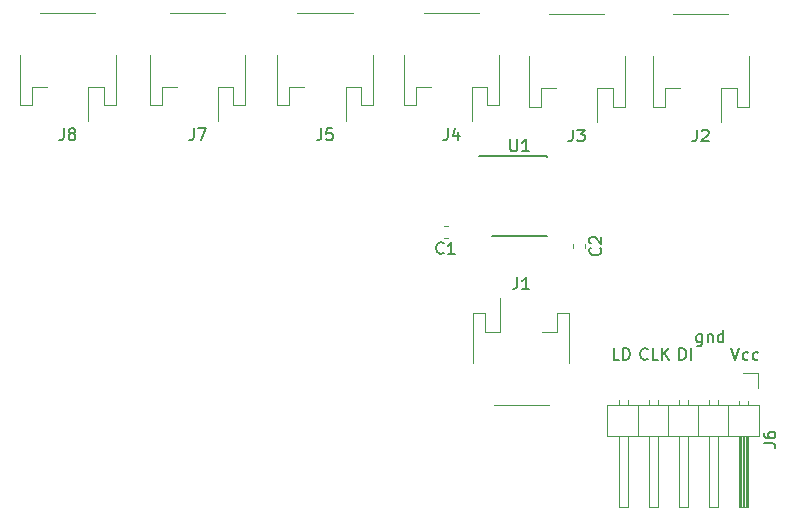
<source format=gto>
G04 #@! TF.GenerationSoftware,KiCad,Pcbnew,(5.1.5-0)*
G04 #@! TF.CreationDate,2022-06-07T15:44:26-06:00*
G04 #@! TF.ProjectId,low_power_heater,6c6f775f-706f-4776-9572-5f6865617465,rev?*
G04 #@! TF.SameCoordinates,Original*
G04 #@! TF.FileFunction,Legend,Top*
G04 #@! TF.FilePolarity,Positive*
%FSLAX46Y46*%
G04 Gerber Fmt 4.6, Leading zero omitted, Abs format (unit mm)*
G04 Created by KiCad (PCBNEW (5.1.5-0)) date 2022-06-07 15:44:26*
%MOMM*%
%LPD*%
G04 APERTURE LIST*
%ADD10C,0.150000*%
%ADD11C,0.120000*%
%ADD12C,0.100000*%
%ADD13O,1.802000X1.802000*%
%ADD14R,1.802000X1.802000*%
%ADD15R,1.102000X0.502000*%
G04 APERTURE END LIST*
D10*
X132209523Y-97852380D02*
X132542857Y-98852380D01*
X132876190Y-97852380D01*
X133638095Y-98804761D02*
X133542857Y-98852380D01*
X133352380Y-98852380D01*
X133257142Y-98804761D01*
X133209523Y-98757142D01*
X133161904Y-98661904D01*
X133161904Y-98376190D01*
X133209523Y-98280952D01*
X133257142Y-98233333D01*
X133352380Y-98185714D01*
X133542857Y-98185714D01*
X133638095Y-98233333D01*
X134495238Y-98804761D02*
X134400000Y-98852380D01*
X134209523Y-98852380D01*
X134114285Y-98804761D01*
X134066666Y-98757142D01*
X134019047Y-98661904D01*
X134019047Y-98376190D01*
X134066666Y-98280952D01*
X134114285Y-98233333D01*
X134209523Y-98185714D01*
X134400000Y-98185714D01*
X134495238Y-98233333D01*
X129709523Y-96685714D02*
X129709523Y-97495238D01*
X129661904Y-97590476D01*
X129614285Y-97638095D01*
X129519047Y-97685714D01*
X129376190Y-97685714D01*
X129280952Y-97638095D01*
X129709523Y-97304761D02*
X129614285Y-97352380D01*
X129423809Y-97352380D01*
X129328571Y-97304761D01*
X129280952Y-97257142D01*
X129233333Y-97161904D01*
X129233333Y-96876190D01*
X129280952Y-96780952D01*
X129328571Y-96733333D01*
X129423809Y-96685714D01*
X129614285Y-96685714D01*
X129709523Y-96733333D01*
X130185714Y-96685714D02*
X130185714Y-97352380D01*
X130185714Y-96780952D02*
X130233333Y-96733333D01*
X130328571Y-96685714D01*
X130471428Y-96685714D01*
X130566666Y-96733333D01*
X130614285Y-96828571D01*
X130614285Y-97352380D01*
X131519047Y-97352380D02*
X131519047Y-96352380D01*
X131519047Y-97304761D02*
X131423809Y-97352380D01*
X131233333Y-97352380D01*
X131138095Y-97304761D01*
X131090476Y-97257142D01*
X131042857Y-97161904D01*
X131042857Y-96876190D01*
X131090476Y-96780952D01*
X131138095Y-96733333D01*
X131233333Y-96685714D01*
X131423809Y-96685714D01*
X131519047Y-96733333D01*
X127800000Y-98852380D02*
X127800000Y-97852380D01*
X128038095Y-97852380D01*
X128180952Y-97900000D01*
X128276190Y-97995238D01*
X128323809Y-98090476D01*
X128371428Y-98280952D01*
X128371428Y-98423809D01*
X128323809Y-98614285D01*
X128276190Y-98709523D01*
X128180952Y-98804761D01*
X128038095Y-98852380D01*
X127800000Y-98852380D01*
X128800000Y-98852380D02*
X128800000Y-97852380D01*
X125104761Y-98757142D02*
X125057142Y-98804761D01*
X124914285Y-98852380D01*
X124819047Y-98852380D01*
X124676190Y-98804761D01*
X124580952Y-98709523D01*
X124533333Y-98614285D01*
X124485714Y-98423809D01*
X124485714Y-98280952D01*
X124533333Y-98090476D01*
X124580952Y-97995238D01*
X124676190Y-97900000D01*
X124819047Y-97852380D01*
X124914285Y-97852380D01*
X125057142Y-97900000D01*
X125104761Y-97947619D01*
X126009523Y-98852380D02*
X125533333Y-98852380D01*
X125533333Y-97852380D01*
X126342857Y-98852380D02*
X126342857Y-97852380D01*
X126914285Y-98852380D02*
X126485714Y-98280952D01*
X126914285Y-97852380D02*
X126342857Y-98423809D01*
X122709523Y-98852380D02*
X122233333Y-98852380D01*
X122233333Y-97852380D01*
X123042857Y-98852380D02*
X123042857Y-97852380D01*
X123280952Y-97852380D01*
X123423809Y-97900000D01*
X123519047Y-97995238D01*
X123566666Y-98090476D01*
X123614285Y-98280952D01*
X123614285Y-98423809D01*
X123566666Y-98614285D01*
X123519047Y-98709523D01*
X123423809Y-98804761D01*
X123280952Y-98852380D01*
X123042857Y-98852380D01*
D11*
X78340000Y-69490000D02*
X73660000Y-69490000D01*
X72960000Y-75710000D02*
X74240000Y-75710000D01*
X72960000Y-77310000D02*
X72960000Y-75710000D01*
X71940000Y-77310000D02*
X72960000Y-77310000D01*
X71940000Y-73060000D02*
X71940000Y-77310000D01*
X77760000Y-75710000D02*
X77760000Y-78600000D01*
X79040000Y-75710000D02*
X77760000Y-75710000D01*
X79040000Y-77310000D02*
X79040000Y-75710000D01*
X80060000Y-77310000D02*
X79040000Y-77310000D01*
X80060000Y-73060000D02*
X80060000Y-77310000D01*
X89340000Y-69490000D02*
X84660000Y-69490000D01*
X83960000Y-75710000D02*
X85240000Y-75710000D01*
X83960000Y-77310000D02*
X83960000Y-75710000D01*
X82940000Y-77310000D02*
X83960000Y-77310000D01*
X82940000Y-73060000D02*
X82940000Y-77310000D01*
X88760000Y-75710000D02*
X88760000Y-78600000D01*
X90040000Y-75710000D02*
X88760000Y-75710000D01*
X90040000Y-77310000D02*
X90040000Y-75710000D01*
X91060000Y-77310000D02*
X90040000Y-77310000D01*
X91060000Y-73060000D02*
X91060000Y-77310000D01*
X134470000Y-99930000D02*
X134470000Y-101200000D01*
X133200000Y-99930000D02*
X134470000Y-99930000D01*
X122660000Y-102242929D02*
X122660000Y-102640000D01*
X123420000Y-102242929D02*
X123420000Y-102640000D01*
X122660000Y-111300000D02*
X122660000Y-105300000D01*
X123420000Y-111300000D02*
X122660000Y-111300000D01*
X123420000Y-105300000D02*
X123420000Y-111300000D01*
X124310000Y-102640000D02*
X124310000Y-105300000D01*
X125200000Y-102242929D02*
X125200000Y-102640000D01*
X125960000Y-102242929D02*
X125960000Y-102640000D01*
X125200000Y-111300000D02*
X125200000Y-105300000D01*
X125960000Y-111300000D02*
X125200000Y-111300000D01*
X125960000Y-105300000D02*
X125960000Y-111300000D01*
X126850000Y-102640000D02*
X126850000Y-105300000D01*
X127740000Y-102242929D02*
X127740000Y-102640000D01*
X128500000Y-102242929D02*
X128500000Y-102640000D01*
X127740000Y-111300000D02*
X127740000Y-105300000D01*
X128500000Y-111300000D02*
X127740000Y-111300000D01*
X128500000Y-105300000D02*
X128500000Y-111300000D01*
X129390000Y-102640000D02*
X129390000Y-105300000D01*
X130280000Y-102242929D02*
X130280000Y-102640000D01*
X131040000Y-102242929D02*
X131040000Y-102640000D01*
X130280000Y-111300000D02*
X130280000Y-105300000D01*
X131040000Y-111300000D02*
X130280000Y-111300000D01*
X131040000Y-105300000D02*
X131040000Y-111300000D01*
X131930000Y-102640000D02*
X131930000Y-105300000D01*
X132820000Y-102310000D02*
X132820000Y-102640000D01*
X133580000Y-102310000D02*
X133580000Y-102640000D01*
X132920000Y-105300000D02*
X132920000Y-111300000D01*
X133040000Y-105300000D02*
X133040000Y-111300000D01*
X133160000Y-105300000D02*
X133160000Y-111300000D01*
X133280000Y-105300000D02*
X133280000Y-111300000D01*
X133400000Y-105300000D02*
X133400000Y-111300000D01*
X133520000Y-105300000D02*
X133520000Y-111300000D01*
X132820000Y-111300000D02*
X132820000Y-105300000D01*
X133580000Y-111300000D02*
X132820000Y-111300000D01*
X133580000Y-105300000D02*
X133580000Y-111300000D01*
X134530000Y-105300000D02*
X134530000Y-102640000D01*
X121710000Y-105300000D02*
X134530000Y-105300000D01*
X121710000Y-102640000D02*
X121710000Y-105300000D01*
X134530000Y-102640000D02*
X121710000Y-102640000D01*
X100140000Y-69490000D02*
X95460000Y-69490000D01*
X94760000Y-75710000D02*
X96040000Y-75710000D01*
X94760000Y-77310000D02*
X94760000Y-75710000D01*
X93740000Y-77310000D02*
X94760000Y-77310000D01*
X93740000Y-73060000D02*
X93740000Y-77310000D01*
X99560000Y-75710000D02*
X99560000Y-78600000D01*
X100840000Y-75710000D02*
X99560000Y-75710000D01*
X100840000Y-77310000D02*
X100840000Y-75710000D01*
X101860000Y-77310000D02*
X100840000Y-77310000D01*
X101860000Y-73060000D02*
X101860000Y-77310000D01*
X110840000Y-69490000D02*
X106160000Y-69490000D01*
X105460000Y-75710000D02*
X106740000Y-75710000D01*
X105460000Y-77310000D02*
X105460000Y-75710000D01*
X104440000Y-77310000D02*
X105460000Y-77310000D01*
X104440000Y-73060000D02*
X104440000Y-77310000D01*
X110260000Y-75710000D02*
X110260000Y-78600000D01*
X111540000Y-75710000D02*
X110260000Y-75710000D01*
X111540000Y-77310000D02*
X111540000Y-75710000D01*
X112560000Y-77310000D02*
X111540000Y-77310000D01*
X112560000Y-73060000D02*
X112560000Y-77310000D01*
X121440000Y-69590000D02*
X116760000Y-69590000D01*
X116060000Y-75810000D02*
X117340000Y-75810000D01*
X116060000Y-77410000D02*
X116060000Y-75810000D01*
X115040000Y-77410000D02*
X116060000Y-77410000D01*
X115040000Y-73160000D02*
X115040000Y-77410000D01*
X120860000Y-75810000D02*
X120860000Y-78700000D01*
X122140000Y-75810000D02*
X120860000Y-75810000D01*
X122140000Y-77410000D02*
X122140000Y-75810000D01*
X123160000Y-77410000D02*
X122140000Y-77410000D01*
X123160000Y-73160000D02*
X123160000Y-77410000D01*
X131940000Y-69590000D02*
X127260000Y-69590000D01*
X126560000Y-75810000D02*
X127840000Y-75810000D01*
X126560000Y-77410000D02*
X126560000Y-75810000D01*
X125540000Y-77410000D02*
X126560000Y-77410000D01*
X125540000Y-73160000D02*
X125540000Y-77410000D01*
X131360000Y-75810000D02*
X131360000Y-78700000D01*
X132640000Y-75810000D02*
X131360000Y-75810000D01*
X132640000Y-77410000D02*
X132640000Y-75810000D01*
X133660000Y-77410000D02*
X132640000Y-77410000D01*
X133660000Y-73160000D02*
X133660000Y-77410000D01*
X112060000Y-102710000D02*
X116740000Y-102710000D01*
X117440000Y-96490000D02*
X116160000Y-96490000D01*
X117440000Y-94890000D02*
X117440000Y-96490000D01*
X118460000Y-94890000D02*
X117440000Y-94890000D01*
X118460000Y-99140000D02*
X118460000Y-94890000D01*
X112640000Y-96490000D02*
X112640000Y-93600000D01*
X111360000Y-96490000D02*
X112640000Y-96490000D01*
X111360000Y-94890000D02*
X111360000Y-96490000D01*
X110340000Y-94890000D02*
X111360000Y-94890000D01*
X110340000Y-99140000D02*
X110340000Y-94890000D01*
D10*
X111925000Y-88395000D02*
X116575000Y-88395000D01*
X110850000Y-81570000D02*
X116575000Y-81570000D01*
X111925000Y-88395000D02*
X111925000Y-88370000D01*
X116575000Y-88395000D02*
X116575000Y-88370000D01*
X116575000Y-81570000D02*
X116575000Y-81670000D01*
D11*
X118790000Y-89028733D02*
X118790000Y-89371267D01*
X119810000Y-89028733D02*
X119810000Y-89371267D01*
X108171267Y-87490000D02*
X107828733Y-87490000D01*
X108171267Y-88510000D02*
X107828733Y-88510000D01*
D10*
X75666666Y-79252380D02*
X75666666Y-79966666D01*
X75619047Y-80109523D01*
X75523809Y-80204761D01*
X75380952Y-80252380D01*
X75285714Y-80252380D01*
X76285714Y-79680952D02*
X76190476Y-79633333D01*
X76142857Y-79585714D01*
X76095238Y-79490476D01*
X76095238Y-79442857D01*
X76142857Y-79347619D01*
X76190476Y-79300000D01*
X76285714Y-79252380D01*
X76476190Y-79252380D01*
X76571428Y-79300000D01*
X76619047Y-79347619D01*
X76666666Y-79442857D01*
X76666666Y-79490476D01*
X76619047Y-79585714D01*
X76571428Y-79633333D01*
X76476190Y-79680952D01*
X76285714Y-79680952D01*
X76190476Y-79728571D01*
X76142857Y-79776190D01*
X76095238Y-79871428D01*
X76095238Y-80061904D01*
X76142857Y-80157142D01*
X76190476Y-80204761D01*
X76285714Y-80252380D01*
X76476190Y-80252380D01*
X76571428Y-80204761D01*
X76619047Y-80157142D01*
X76666666Y-80061904D01*
X76666666Y-79871428D01*
X76619047Y-79776190D01*
X76571428Y-79728571D01*
X76476190Y-79680952D01*
X86666666Y-79252380D02*
X86666666Y-79966666D01*
X86619047Y-80109523D01*
X86523809Y-80204761D01*
X86380952Y-80252380D01*
X86285714Y-80252380D01*
X87047619Y-79252380D02*
X87714285Y-79252380D01*
X87285714Y-80252380D01*
X134922380Y-105918333D02*
X135636666Y-105918333D01*
X135779523Y-105965952D01*
X135874761Y-106061190D01*
X135922380Y-106204047D01*
X135922380Y-106299285D01*
X134922380Y-105013571D02*
X134922380Y-105204047D01*
X134970000Y-105299285D01*
X135017619Y-105346904D01*
X135160476Y-105442142D01*
X135350952Y-105489761D01*
X135731904Y-105489761D01*
X135827142Y-105442142D01*
X135874761Y-105394523D01*
X135922380Y-105299285D01*
X135922380Y-105108809D01*
X135874761Y-105013571D01*
X135827142Y-104965952D01*
X135731904Y-104918333D01*
X135493809Y-104918333D01*
X135398571Y-104965952D01*
X135350952Y-105013571D01*
X135303333Y-105108809D01*
X135303333Y-105299285D01*
X135350952Y-105394523D01*
X135398571Y-105442142D01*
X135493809Y-105489761D01*
X97466666Y-79252380D02*
X97466666Y-79966666D01*
X97419047Y-80109523D01*
X97323809Y-80204761D01*
X97180952Y-80252380D01*
X97085714Y-80252380D01*
X98419047Y-79252380D02*
X97942857Y-79252380D01*
X97895238Y-79728571D01*
X97942857Y-79680952D01*
X98038095Y-79633333D01*
X98276190Y-79633333D01*
X98371428Y-79680952D01*
X98419047Y-79728571D01*
X98466666Y-79823809D01*
X98466666Y-80061904D01*
X98419047Y-80157142D01*
X98371428Y-80204761D01*
X98276190Y-80252380D01*
X98038095Y-80252380D01*
X97942857Y-80204761D01*
X97895238Y-80157142D01*
X108166666Y-79252380D02*
X108166666Y-79966666D01*
X108119047Y-80109523D01*
X108023809Y-80204761D01*
X107880952Y-80252380D01*
X107785714Y-80252380D01*
X109071428Y-79585714D02*
X109071428Y-80252380D01*
X108833333Y-79204761D02*
X108595238Y-79919047D01*
X109214285Y-79919047D01*
X118766666Y-79352380D02*
X118766666Y-80066666D01*
X118719047Y-80209523D01*
X118623809Y-80304761D01*
X118480952Y-80352380D01*
X118385714Y-80352380D01*
X119147619Y-79352380D02*
X119766666Y-79352380D01*
X119433333Y-79733333D01*
X119576190Y-79733333D01*
X119671428Y-79780952D01*
X119719047Y-79828571D01*
X119766666Y-79923809D01*
X119766666Y-80161904D01*
X119719047Y-80257142D01*
X119671428Y-80304761D01*
X119576190Y-80352380D01*
X119290476Y-80352380D01*
X119195238Y-80304761D01*
X119147619Y-80257142D01*
X129266666Y-79352380D02*
X129266666Y-80066666D01*
X129219047Y-80209523D01*
X129123809Y-80304761D01*
X128980952Y-80352380D01*
X128885714Y-80352380D01*
X129695238Y-79447619D02*
X129742857Y-79400000D01*
X129838095Y-79352380D01*
X130076190Y-79352380D01*
X130171428Y-79400000D01*
X130219047Y-79447619D01*
X130266666Y-79542857D01*
X130266666Y-79638095D01*
X130219047Y-79780952D01*
X129647619Y-80352380D01*
X130266666Y-80352380D01*
X114066666Y-91852380D02*
X114066666Y-92566666D01*
X114019047Y-92709523D01*
X113923809Y-92804761D01*
X113780952Y-92852380D01*
X113685714Y-92852380D01*
X115066666Y-92852380D02*
X114495238Y-92852380D01*
X114780952Y-92852380D02*
X114780952Y-91852380D01*
X114685714Y-91995238D01*
X114590476Y-92090476D01*
X114495238Y-92138095D01*
X113488095Y-80172380D02*
X113488095Y-80981904D01*
X113535714Y-81077142D01*
X113583333Y-81124761D01*
X113678571Y-81172380D01*
X113869047Y-81172380D01*
X113964285Y-81124761D01*
X114011904Y-81077142D01*
X114059523Y-80981904D01*
X114059523Y-80172380D01*
X115059523Y-81172380D02*
X114488095Y-81172380D01*
X114773809Y-81172380D02*
X114773809Y-80172380D01*
X114678571Y-80315238D01*
X114583333Y-80410476D01*
X114488095Y-80458095D01*
X121087142Y-89366666D02*
X121134761Y-89414285D01*
X121182380Y-89557142D01*
X121182380Y-89652380D01*
X121134761Y-89795238D01*
X121039523Y-89890476D01*
X120944285Y-89938095D01*
X120753809Y-89985714D01*
X120610952Y-89985714D01*
X120420476Y-89938095D01*
X120325238Y-89890476D01*
X120230000Y-89795238D01*
X120182380Y-89652380D01*
X120182380Y-89557142D01*
X120230000Y-89414285D01*
X120277619Y-89366666D01*
X120277619Y-88985714D02*
X120230000Y-88938095D01*
X120182380Y-88842857D01*
X120182380Y-88604761D01*
X120230000Y-88509523D01*
X120277619Y-88461904D01*
X120372857Y-88414285D01*
X120468095Y-88414285D01*
X120610952Y-88461904D01*
X121182380Y-89033333D01*
X121182380Y-88414285D01*
X107833333Y-89787142D02*
X107785714Y-89834761D01*
X107642857Y-89882380D01*
X107547619Y-89882380D01*
X107404761Y-89834761D01*
X107309523Y-89739523D01*
X107261904Y-89644285D01*
X107214285Y-89453809D01*
X107214285Y-89310952D01*
X107261904Y-89120476D01*
X107309523Y-89025238D01*
X107404761Y-88930000D01*
X107547619Y-88882380D01*
X107642857Y-88882380D01*
X107785714Y-88930000D01*
X107833333Y-88977619D01*
X108785714Y-89882380D02*
X108214285Y-89882380D01*
X108500000Y-89882380D02*
X108500000Y-88882380D01*
X108404761Y-89025238D01*
X108309523Y-89120476D01*
X108214285Y-89168095D01*
%LPC*%
D12*
G36*
X73210171Y-69350286D02*
G01*
X73236089Y-69354130D01*
X73261506Y-69360497D01*
X73286176Y-69369324D01*
X73309863Y-69380527D01*
X73332337Y-69393998D01*
X73353383Y-69409606D01*
X73372798Y-69427202D01*
X73390394Y-69446617D01*
X73406002Y-69467663D01*
X73419473Y-69490137D01*
X73430676Y-69513824D01*
X73439503Y-69538494D01*
X73445870Y-69563911D01*
X73449714Y-69589829D01*
X73451000Y-69616000D01*
X73451000Y-72584000D01*
X73449714Y-72610171D01*
X73445870Y-72636089D01*
X73439503Y-72661506D01*
X73430676Y-72686176D01*
X73419473Y-72709863D01*
X73406002Y-72732337D01*
X73390394Y-72753383D01*
X73372798Y-72772798D01*
X73353383Y-72790394D01*
X73332337Y-72806002D01*
X73309863Y-72819473D01*
X73286176Y-72830676D01*
X73261506Y-72839503D01*
X73236089Y-72845870D01*
X73210171Y-72849714D01*
X73184000Y-72851000D01*
X72116000Y-72851000D01*
X72089829Y-72849714D01*
X72063911Y-72845870D01*
X72038494Y-72839503D01*
X72013824Y-72830676D01*
X71990137Y-72819473D01*
X71967663Y-72806002D01*
X71946617Y-72790394D01*
X71927202Y-72772798D01*
X71909606Y-72753383D01*
X71893998Y-72732337D01*
X71880527Y-72709863D01*
X71869324Y-72686176D01*
X71860497Y-72661506D01*
X71854130Y-72636089D01*
X71850286Y-72610171D01*
X71849000Y-72584000D01*
X71849000Y-69616000D01*
X71850286Y-69589829D01*
X71854130Y-69563911D01*
X71860497Y-69538494D01*
X71869324Y-69513824D01*
X71880527Y-69490137D01*
X71893998Y-69467663D01*
X71909606Y-69446617D01*
X71927202Y-69427202D01*
X71946617Y-69409606D01*
X71967663Y-69393998D01*
X71990137Y-69380527D01*
X72013824Y-69369324D01*
X72038494Y-69360497D01*
X72063911Y-69354130D01*
X72089829Y-69350286D01*
X72116000Y-69349000D01*
X73184000Y-69349000D01*
X73210171Y-69350286D01*
G37*
G36*
X79910171Y-69350286D02*
G01*
X79936089Y-69354130D01*
X79961506Y-69360497D01*
X79986176Y-69369324D01*
X80009863Y-69380527D01*
X80032337Y-69393998D01*
X80053383Y-69409606D01*
X80072798Y-69427202D01*
X80090394Y-69446617D01*
X80106002Y-69467663D01*
X80119473Y-69490137D01*
X80130676Y-69513824D01*
X80139503Y-69538494D01*
X80145870Y-69563911D01*
X80149714Y-69589829D01*
X80151000Y-69616000D01*
X80151000Y-72584000D01*
X80149714Y-72610171D01*
X80145870Y-72636089D01*
X80139503Y-72661506D01*
X80130676Y-72686176D01*
X80119473Y-72709863D01*
X80106002Y-72732337D01*
X80090394Y-72753383D01*
X80072798Y-72772798D01*
X80053383Y-72790394D01*
X80032337Y-72806002D01*
X80009863Y-72819473D01*
X79986176Y-72830676D01*
X79961506Y-72839503D01*
X79936089Y-72845870D01*
X79910171Y-72849714D01*
X79884000Y-72851000D01*
X78816000Y-72851000D01*
X78789829Y-72849714D01*
X78763911Y-72845870D01*
X78738494Y-72839503D01*
X78713824Y-72830676D01*
X78690137Y-72819473D01*
X78667663Y-72806002D01*
X78646617Y-72790394D01*
X78627202Y-72772798D01*
X78609606Y-72753383D01*
X78593998Y-72732337D01*
X78580527Y-72709863D01*
X78569324Y-72686176D01*
X78560497Y-72661506D01*
X78554130Y-72636089D01*
X78550286Y-72610171D01*
X78549000Y-72584000D01*
X78549000Y-69616000D01*
X78550286Y-69589829D01*
X78554130Y-69563911D01*
X78560497Y-69538494D01*
X78569324Y-69513824D01*
X78580527Y-69490137D01*
X78593998Y-69467663D01*
X78609606Y-69446617D01*
X78627202Y-69427202D01*
X78646617Y-69409606D01*
X78667663Y-69393998D01*
X78690137Y-69380527D01*
X78713824Y-69369324D01*
X78738494Y-69360497D01*
X78763911Y-69354130D01*
X78789829Y-69350286D01*
X78816000Y-69349000D01*
X79884000Y-69349000D01*
X79910171Y-69350286D01*
G37*
G36*
X75302504Y-75050327D02*
G01*
X75329247Y-75054294D01*
X75355473Y-75060863D01*
X75380929Y-75069971D01*
X75405370Y-75081531D01*
X75428560Y-75095430D01*
X75450275Y-75111536D01*
X75470308Y-75129692D01*
X75488464Y-75149725D01*
X75504570Y-75171440D01*
X75518469Y-75194630D01*
X75530029Y-75219071D01*
X75539137Y-75244527D01*
X75545706Y-75270753D01*
X75549673Y-75297496D01*
X75551000Y-75324500D01*
X75551000Y-78375500D01*
X75549673Y-78402504D01*
X75545706Y-78429247D01*
X75539137Y-78455473D01*
X75530029Y-78480929D01*
X75518469Y-78505370D01*
X75504570Y-78528560D01*
X75488464Y-78550275D01*
X75470308Y-78570308D01*
X75450275Y-78588464D01*
X75428560Y-78604570D01*
X75405370Y-78618469D01*
X75380929Y-78630029D01*
X75355473Y-78639137D01*
X75329247Y-78645706D01*
X75302504Y-78649673D01*
X75275500Y-78651000D01*
X74724500Y-78651000D01*
X74697496Y-78649673D01*
X74670753Y-78645706D01*
X74644527Y-78639137D01*
X74619071Y-78630029D01*
X74594630Y-78618469D01*
X74571440Y-78604570D01*
X74549725Y-78588464D01*
X74529692Y-78570308D01*
X74511536Y-78550275D01*
X74495430Y-78528560D01*
X74481531Y-78505370D01*
X74469971Y-78480929D01*
X74460863Y-78455473D01*
X74454294Y-78429247D01*
X74450327Y-78402504D01*
X74449000Y-78375500D01*
X74449000Y-75324500D01*
X74450327Y-75297496D01*
X74454294Y-75270753D01*
X74460863Y-75244527D01*
X74469971Y-75219071D01*
X74481531Y-75194630D01*
X74495430Y-75171440D01*
X74511536Y-75149725D01*
X74529692Y-75129692D01*
X74549725Y-75111536D01*
X74571440Y-75095430D01*
X74594630Y-75081531D01*
X74619071Y-75069971D01*
X74644527Y-75060863D01*
X74670753Y-75054294D01*
X74697496Y-75050327D01*
X74724500Y-75049000D01*
X75275500Y-75049000D01*
X75302504Y-75050327D01*
G37*
G36*
X77302504Y-75050327D02*
G01*
X77329247Y-75054294D01*
X77355473Y-75060863D01*
X77380929Y-75069971D01*
X77405370Y-75081531D01*
X77428560Y-75095430D01*
X77450275Y-75111536D01*
X77470308Y-75129692D01*
X77488464Y-75149725D01*
X77504570Y-75171440D01*
X77518469Y-75194630D01*
X77530029Y-75219071D01*
X77539137Y-75244527D01*
X77545706Y-75270753D01*
X77549673Y-75297496D01*
X77551000Y-75324500D01*
X77551000Y-78375500D01*
X77549673Y-78402504D01*
X77545706Y-78429247D01*
X77539137Y-78455473D01*
X77530029Y-78480929D01*
X77518469Y-78505370D01*
X77504570Y-78528560D01*
X77488464Y-78550275D01*
X77470308Y-78570308D01*
X77450275Y-78588464D01*
X77428560Y-78604570D01*
X77405370Y-78618469D01*
X77380929Y-78630029D01*
X77355473Y-78639137D01*
X77329247Y-78645706D01*
X77302504Y-78649673D01*
X77275500Y-78651000D01*
X76724500Y-78651000D01*
X76697496Y-78649673D01*
X76670753Y-78645706D01*
X76644527Y-78639137D01*
X76619071Y-78630029D01*
X76594630Y-78618469D01*
X76571440Y-78604570D01*
X76549725Y-78588464D01*
X76529692Y-78570308D01*
X76511536Y-78550275D01*
X76495430Y-78528560D01*
X76481531Y-78505370D01*
X76469971Y-78480929D01*
X76460863Y-78455473D01*
X76454294Y-78429247D01*
X76450327Y-78402504D01*
X76449000Y-78375500D01*
X76449000Y-75324500D01*
X76450327Y-75297496D01*
X76454294Y-75270753D01*
X76460863Y-75244527D01*
X76469971Y-75219071D01*
X76481531Y-75194630D01*
X76495430Y-75171440D01*
X76511536Y-75149725D01*
X76529692Y-75129692D01*
X76549725Y-75111536D01*
X76571440Y-75095430D01*
X76594630Y-75081531D01*
X76619071Y-75069971D01*
X76644527Y-75060863D01*
X76670753Y-75054294D01*
X76697496Y-75050327D01*
X76724500Y-75049000D01*
X77275500Y-75049000D01*
X77302504Y-75050327D01*
G37*
G36*
X84210171Y-69350286D02*
G01*
X84236089Y-69354130D01*
X84261506Y-69360497D01*
X84286176Y-69369324D01*
X84309863Y-69380527D01*
X84332337Y-69393998D01*
X84353383Y-69409606D01*
X84372798Y-69427202D01*
X84390394Y-69446617D01*
X84406002Y-69467663D01*
X84419473Y-69490137D01*
X84430676Y-69513824D01*
X84439503Y-69538494D01*
X84445870Y-69563911D01*
X84449714Y-69589829D01*
X84451000Y-69616000D01*
X84451000Y-72584000D01*
X84449714Y-72610171D01*
X84445870Y-72636089D01*
X84439503Y-72661506D01*
X84430676Y-72686176D01*
X84419473Y-72709863D01*
X84406002Y-72732337D01*
X84390394Y-72753383D01*
X84372798Y-72772798D01*
X84353383Y-72790394D01*
X84332337Y-72806002D01*
X84309863Y-72819473D01*
X84286176Y-72830676D01*
X84261506Y-72839503D01*
X84236089Y-72845870D01*
X84210171Y-72849714D01*
X84184000Y-72851000D01*
X83116000Y-72851000D01*
X83089829Y-72849714D01*
X83063911Y-72845870D01*
X83038494Y-72839503D01*
X83013824Y-72830676D01*
X82990137Y-72819473D01*
X82967663Y-72806002D01*
X82946617Y-72790394D01*
X82927202Y-72772798D01*
X82909606Y-72753383D01*
X82893998Y-72732337D01*
X82880527Y-72709863D01*
X82869324Y-72686176D01*
X82860497Y-72661506D01*
X82854130Y-72636089D01*
X82850286Y-72610171D01*
X82849000Y-72584000D01*
X82849000Y-69616000D01*
X82850286Y-69589829D01*
X82854130Y-69563911D01*
X82860497Y-69538494D01*
X82869324Y-69513824D01*
X82880527Y-69490137D01*
X82893998Y-69467663D01*
X82909606Y-69446617D01*
X82927202Y-69427202D01*
X82946617Y-69409606D01*
X82967663Y-69393998D01*
X82990137Y-69380527D01*
X83013824Y-69369324D01*
X83038494Y-69360497D01*
X83063911Y-69354130D01*
X83089829Y-69350286D01*
X83116000Y-69349000D01*
X84184000Y-69349000D01*
X84210171Y-69350286D01*
G37*
G36*
X90910171Y-69350286D02*
G01*
X90936089Y-69354130D01*
X90961506Y-69360497D01*
X90986176Y-69369324D01*
X91009863Y-69380527D01*
X91032337Y-69393998D01*
X91053383Y-69409606D01*
X91072798Y-69427202D01*
X91090394Y-69446617D01*
X91106002Y-69467663D01*
X91119473Y-69490137D01*
X91130676Y-69513824D01*
X91139503Y-69538494D01*
X91145870Y-69563911D01*
X91149714Y-69589829D01*
X91151000Y-69616000D01*
X91151000Y-72584000D01*
X91149714Y-72610171D01*
X91145870Y-72636089D01*
X91139503Y-72661506D01*
X91130676Y-72686176D01*
X91119473Y-72709863D01*
X91106002Y-72732337D01*
X91090394Y-72753383D01*
X91072798Y-72772798D01*
X91053383Y-72790394D01*
X91032337Y-72806002D01*
X91009863Y-72819473D01*
X90986176Y-72830676D01*
X90961506Y-72839503D01*
X90936089Y-72845870D01*
X90910171Y-72849714D01*
X90884000Y-72851000D01*
X89816000Y-72851000D01*
X89789829Y-72849714D01*
X89763911Y-72845870D01*
X89738494Y-72839503D01*
X89713824Y-72830676D01*
X89690137Y-72819473D01*
X89667663Y-72806002D01*
X89646617Y-72790394D01*
X89627202Y-72772798D01*
X89609606Y-72753383D01*
X89593998Y-72732337D01*
X89580527Y-72709863D01*
X89569324Y-72686176D01*
X89560497Y-72661506D01*
X89554130Y-72636089D01*
X89550286Y-72610171D01*
X89549000Y-72584000D01*
X89549000Y-69616000D01*
X89550286Y-69589829D01*
X89554130Y-69563911D01*
X89560497Y-69538494D01*
X89569324Y-69513824D01*
X89580527Y-69490137D01*
X89593998Y-69467663D01*
X89609606Y-69446617D01*
X89627202Y-69427202D01*
X89646617Y-69409606D01*
X89667663Y-69393998D01*
X89690137Y-69380527D01*
X89713824Y-69369324D01*
X89738494Y-69360497D01*
X89763911Y-69354130D01*
X89789829Y-69350286D01*
X89816000Y-69349000D01*
X90884000Y-69349000D01*
X90910171Y-69350286D01*
G37*
G36*
X86302504Y-75050327D02*
G01*
X86329247Y-75054294D01*
X86355473Y-75060863D01*
X86380929Y-75069971D01*
X86405370Y-75081531D01*
X86428560Y-75095430D01*
X86450275Y-75111536D01*
X86470308Y-75129692D01*
X86488464Y-75149725D01*
X86504570Y-75171440D01*
X86518469Y-75194630D01*
X86530029Y-75219071D01*
X86539137Y-75244527D01*
X86545706Y-75270753D01*
X86549673Y-75297496D01*
X86551000Y-75324500D01*
X86551000Y-78375500D01*
X86549673Y-78402504D01*
X86545706Y-78429247D01*
X86539137Y-78455473D01*
X86530029Y-78480929D01*
X86518469Y-78505370D01*
X86504570Y-78528560D01*
X86488464Y-78550275D01*
X86470308Y-78570308D01*
X86450275Y-78588464D01*
X86428560Y-78604570D01*
X86405370Y-78618469D01*
X86380929Y-78630029D01*
X86355473Y-78639137D01*
X86329247Y-78645706D01*
X86302504Y-78649673D01*
X86275500Y-78651000D01*
X85724500Y-78651000D01*
X85697496Y-78649673D01*
X85670753Y-78645706D01*
X85644527Y-78639137D01*
X85619071Y-78630029D01*
X85594630Y-78618469D01*
X85571440Y-78604570D01*
X85549725Y-78588464D01*
X85529692Y-78570308D01*
X85511536Y-78550275D01*
X85495430Y-78528560D01*
X85481531Y-78505370D01*
X85469971Y-78480929D01*
X85460863Y-78455473D01*
X85454294Y-78429247D01*
X85450327Y-78402504D01*
X85449000Y-78375500D01*
X85449000Y-75324500D01*
X85450327Y-75297496D01*
X85454294Y-75270753D01*
X85460863Y-75244527D01*
X85469971Y-75219071D01*
X85481531Y-75194630D01*
X85495430Y-75171440D01*
X85511536Y-75149725D01*
X85529692Y-75129692D01*
X85549725Y-75111536D01*
X85571440Y-75095430D01*
X85594630Y-75081531D01*
X85619071Y-75069971D01*
X85644527Y-75060863D01*
X85670753Y-75054294D01*
X85697496Y-75050327D01*
X85724500Y-75049000D01*
X86275500Y-75049000D01*
X86302504Y-75050327D01*
G37*
G36*
X88302504Y-75050327D02*
G01*
X88329247Y-75054294D01*
X88355473Y-75060863D01*
X88380929Y-75069971D01*
X88405370Y-75081531D01*
X88428560Y-75095430D01*
X88450275Y-75111536D01*
X88470308Y-75129692D01*
X88488464Y-75149725D01*
X88504570Y-75171440D01*
X88518469Y-75194630D01*
X88530029Y-75219071D01*
X88539137Y-75244527D01*
X88545706Y-75270753D01*
X88549673Y-75297496D01*
X88551000Y-75324500D01*
X88551000Y-78375500D01*
X88549673Y-78402504D01*
X88545706Y-78429247D01*
X88539137Y-78455473D01*
X88530029Y-78480929D01*
X88518469Y-78505370D01*
X88504570Y-78528560D01*
X88488464Y-78550275D01*
X88470308Y-78570308D01*
X88450275Y-78588464D01*
X88428560Y-78604570D01*
X88405370Y-78618469D01*
X88380929Y-78630029D01*
X88355473Y-78639137D01*
X88329247Y-78645706D01*
X88302504Y-78649673D01*
X88275500Y-78651000D01*
X87724500Y-78651000D01*
X87697496Y-78649673D01*
X87670753Y-78645706D01*
X87644527Y-78639137D01*
X87619071Y-78630029D01*
X87594630Y-78618469D01*
X87571440Y-78604570D01*
X87549725Y-78588464D01*
X87529692Y-78570308D01*
X87511536Y-78550275D01*
X87495430Y-78528560D01*
X87481531Y-78505370D01*
X87469971Y-78480929D01*
X87460863Y-78455473D01*
X87454294Y-78429247D01*
X87450327Y-78402504D01*
X87449000Y-78375500D01*
X87449000Y-75324500D01*
X87450327Y-75297496D01*
X87454294Y-75270753D01*
X87460863Y-75244527D01*
X87469971Y-75219071D01*
X87481531Y-75194630D01*
X87495430Y-75171440D01*
X87511536Y-75149725D01*
X87529692Y-75129692D01*
X87549725Y-75111536D01*
X87571440Y-75095430D01*
X87594630Y-75081531D01*
X87619071Y-75069971D01*
X87644527Y-75060863D01*
X87670753Y-75054294D01*
X87697496Y-75050327D01*
X87724500Y-75049000D01*
X88275500Y-75049000D01*
X88302504Y-75050327D01*
G37*
D13*
X123040000Y-101200000D03*
X125580000Y-101200000D03*
X128120000Y-101200000D03*
X130660000Y-101200000D03*
D14*
X133200000Y-101200000D03*
D12*
G36*
X95010171Y-69350286D02*
G01*
X95036089Y-69354130D01*
X95061506Y-69360497D01*
X95086176Y-69369324D01*
X95109863Y-69380527D01*
X95132337Y-69393998D01*
X95153383Y-69409606D01*
X95172798Y-69427202D01*
X95190394Y-69446617D01*
X95206002Y-69467663D01*
X95219473Y-69490137D01*
X95230676Y-69513824D01*
X95239503Y-69538494D01*
X95245870Y-69563911D01*
X95249714Y-69589829D01*
X95251000Y-69616000D01*
X95251000Y-72584000D01*
X95249714Y-72610171D01*
X95245870Y-72636089D01*
X95239503Y-72661506D01*
X95230676Y-72686176D01*
X95219473Y-72709863D01*
X95206002Y-72732337D01*
X95190394Y-72753383D01*
X95172798Y-72772798D01*
X95153383Y-72790394D01*
X95132337Y-72806002D01*
X95109863Y-72819473D01*
X95086176Y-72830676D01*
X95061506Y-72839503D01*
X95036089Y-72845870D01*
X95010171Y-72849714D01*
X94984000Y-72851000D01*
X93916000Y-72851000D01*
X93889829Y-72849714D01*
X93863911Y-72845870D01*
X93838494Y-72839503D01*
X93813824Y-72830676D01*
X93790137Y-72819473D01*
X93767663Y-72806002D01*
X93746617Y-72790394D01*
X93727202Y-72772798D01*
X93709606Y-72753383D01*
X93693998Y-72732337D01*
X93680527Y-72709863D01*
X93669324Y-72686176D01*
X93660497Y-72661506D01*
X93654130Y-72636089D01*
X93650286Y-72610171D01*
X93649000Y-72584000D01*
X93649000Y-69616000D01*
X93650286Y-69589829D01*
X93654130Y-69563911D01*
X93660497Y-69538494D01*
X93669324Y-69513824D01*
X93680527Y-69490137D01*
X93693998Y-69467663D01*
X93709606Y-69446617D01*
X93727202Y-69427202D01*
X93746617Y-69409606D01*
X93767663Y-69393998D01*
X93790137Y-69380527D01*
X93813824Y-69369324D01*
X93838494Y-69360497D01*
X93863911Y-69354130D01*
X93889829Y-69350286D01*
X93916000Y-69349000D01*
X94984000Y-69349000D01*
X95010171Y-69350286D01*
G37*
G36*
X101710171Y-69350286D02*
G01*
X101736089Y-69354130D01*
X101761506Y-69360497D01*
X101786176Y-69369324D01*
X101809863Y-69380527D01*
X101832337Y-69393998D01*
X101853383Y-69409606D01*
X101872798Y-69427202D01*
X101890394Y-69446617D01*
X101906002Y-69467663D01*
X101919473Y-69490137D01*
X101930676Y-69513824D01*
X101939503Y-69538494D01*
X101945870Y-69563911D01*
X101949714Y-69589829D01*
X101951000Y-69616000D01*
X101951000Y-72584000D01*
X101949714Y-72610171D01*
X101945870Y-72636089D01*
X101939503Y-72661506D01*
X101930676Y-72686176D01*
X101919473Y-72709863D01*
X101906002Y-72732337D01*
X101890394Y-72753383D01*
X101872798Y-72772798D01*
X101853383Y-72790394D01*
X101832337Y-72806002D01*
X101809863Y-72819473D01*
X101786176Y-72830676D01*
X101761506Y-72839503D01*
X101736089Y-72845870D01*
X101710171Y-72849714D01*
X101684000Y-72851000D01*
X100616000Y-72851000D01*
X100589829Y-72849714D01*
X100563911Y-72845870D01*
X100538494Y-72839503D01*
X100513824Y-72830676D01*
X100490137Y-72819473D01*
X100467663Y-72806002D01*
X100446617Y-72790394D01*
X100427202Y-72772798D01*
X100409606Y-72753383D01*
X100393998Y-72732337D01*
X100380527Y-72709863D01*
X100369324Y-72686176D01*
X100360497Y-72661506D01*
X100354130Y-72636089D01*
X100350286Y-72610171D01*
X100349000Y-72584000D01*
X100349000Y-69616000D01*
X100350286Y-69589829D01*
X100354130Y-69563911D01*
X100360497Y-69538494D01*
X100369324Y-69513824D01*
X100380527Y-69490137D01*
X100393998Y-69467663D01*
X100409606Y-69446617D01*
X100427202Y-69427202D01*
X100446617Y-69409606D01*
X100467663Y-69393998D01*
X100490137Y-69380527D01*
X100513824Y-69369324D01*
X100538494Y-69360497D01*
X100563911Y-69354130D01*
X100589829Y-69350286D01*
X100616000Y-69349000D01*
X101684000Y-69349000D01*
X101710171Y-69350286D01*
G37*
G36*
X97102504Y-75050327D02*
G01*
X97129247Y-75054294D01*
X97155473Y-75060863D01*
X97180929Y-75069971D01*
X97205370Y-75081531D01*
X97228560Y-75095430D01*
X97250275Y-75111536D01*
X97270308Y-75129692D01*
X97288464Y-75149725D01*
X97304570Y-75171440D01*
X97318469Y-75194630D01*
X97330029Y-75219071D01*
X97339137Y-75244527D01*
X97345706Y-75270753D01*
X97349673Y-75297496D01*
X97351000Y-75324500D01*
X97351000Y-78375500D01*
X97349673Y-78402504D01*
X97345706Y-78429247D01*
X97339137Y-78455473D01*
X97330029Y-78480929D01*
X97318469Y-78505370D01*
X97304570Y-78528560D01*
X97288464Y-78550275D01*
X97270308Y-78570308D01*
X97250275Y-78588464D01*
X97228560Y-78604570D01*
X97205370Y-78618469D01*
X97180929Y-78630029D01*
X97155473Y-78639137D01*
X97129247Y-78645706D01*
X97102504Y-78649673D01*
X97075500Y-78651000D01*
X96524500Y-78651000D01*
X96497496Y-78649673D01*
X96470753Y-78645706D01*
X96444527Y-78639137D01*
X96419071Y-78630029D01*
X96394630Y-78618469D01*
X96371440Y-78604570D01*
X96349725Y-78588464D01*
X96329692Y-78570308D01*
X96311536Y-78550275D01*
X96295430Y-78528560D01*
X96281531Y-78505370D01*
X96269971Y-78480929D01*
X96260863Y-78455473D01*
X96254294Y-78429247D01*
X96250327Y-78402504D01*
X96249000Y-78375500D01*
X96249000Y-75324500D01*
X96250327Y-75297496D01*
X96254294Y-75270753D01*
X96260863Y-75244527D01*
X96269971Y-75219071D01*
X96281531Y-75194630D01*
X96295430Y-75171440D01*
X96311536Y-75149725D01*
X96329692Y-75129692D01*
X96349725Y-75111536D01*
X96371440Y-75095430D01*
X96394630Y-75081531D01*
X96419071Y-75069971D01*
X96444527Y-75060863D01*
X96470753Y-75054294D01*
X96497496Y-75050327D01*
X96524500Y-75049000D01*
X97075500Y-75049000D01*
X97102504Y-75050327D01*
G37*
G36*
X99102504Y-75050327D02*
G01*
X99129247Y-75054294D01*
X99155473Y-75060863D01*
X99180929Y-75069971D01*
X99205370Y-75081531D01*
X99228560Y-75095430D01*
X99250275Y-75111536D01*
X99270308Y-75129692D01*
X99288464Y-75149725D01*
X99304570Y-75171440D01*
X99318469Y-75194630D01*
X99330029Y-75219071D01*
X99339137Y-75244527D01*
X99345706Y-75270753D01*
X99349673Y-75297496D01*
X99351000Y-75324500D01*
X99351000Y-78375500D01*
X99349673Y-78402504D01*
X99345706Y-78429247D01*
X99339137Y-78455473D01*
X99330029Y-78480929D01*
X99318469Y-78505370D01*
X99304570Y-78528560D01*
X99288464Y-78550275D01*
X99270308Y-78570308D01*
X99250275Y-78588464D01*
X99228560Y-78604570D01*
X99205370Y-78618469D01*
X99180929Y-78630029D01*
X99155473Y-78639137D01*
X99129247Y-78645706D01*
X99102504Y-78649673D01*
X99075500Y-78651000D01*
X98524500Y-78651000D01*
X98497496Y-78649673D01*
X98470753Y-78645706D01*
X98444527Y-78639137D01*
X98419071Y-78630029D01*
X98394630Y-78618469D01*
X98371440Y-78604570D01*
X98349725Y-78588464D01*
X98329692Y-78570308D01*
X98311536Y-78550275D01*
X98295430Y-78528560D01*
X98281531Y-78505370D01*
X98269971Y-78480929D01*
X98260863Y-78455473D01*
X98254294Y-78429247D01*
X98250327Y-78402504D01*
X98249000Y-78375500D01*
X98249000Y-75324500D01*
X98250327Y-75297496D01*
X98254294Y-75270753D01*
X98260863Y-75244527D01*
X98269971Y-75219071D01*
X98281531Y-75194630D01*
X98295430Y-75171440D01*
X98311536Y-75149725D01*
X98329692Y-75129692D01*
X98349725Y-75111536D01*
X98371440Y-75095430D01*
X98394630Y-75081531D01*
X98419071Y-75069971D01*
X98444527Y-75060863D01*
X98470753Y-75054294D01*
X98497496Y-75050327D01*
X98524500Y-75049000D01*
X99075500Y-75049000D01*
X99102504Y-75050327D01*
G37*
G36*
X105710171Y-69350286D02*
G01*
X105736089Y-69354130D01*
X105761506Y-69360497D01*
X105786176Y-69369324D01*
X105809863Y-69380527D01*
X105832337Y-69393998D01*
X105853383Y-69409606D01*
X105872798Y-69427202D01*
X105890394Y-69446617D01*
X105906002Y-69467663D01*
X105919473Y-69490137D01*
X105930676Y-69513824D01*
X105939503Y-69538494D01*
X105945870Y-69563911D01*
X105949714Y-69589829D01*
X105951000Y-69616000D01*
X105951000Y-72584000D01*
X105949714Y-72610171D01*
X105945870Y-72636089D01*
X105939503Y-72661506D01*
X105930676Y-72686176D01*
X105919473Y-72709863D01*
X105906002Y-72732337D01*
X105890394Y-72753383D01*
X105872798Y-72772798D01*
X105853383Y-72790394D01*
X105832337Y-72806002D01*
X105809863Y-72819473D01*
X105786176Y-72830676D01*
X105761506Y-72839503D01*
X105736089Y-72845870D01*
X105710171Y-72849714D01*
X105684000Y-72851000D01*
X104616000Y-72851000D01*
X104589829Y-72849714D01*
X104563911Y-72845870D01*
X104538494Y-72839503D01*
X104513824Y-72830676D01*
X104490137Y-72819473D01*
X104467663Y-72806002D01*
X104446617Y-72790394D01*
X104427202Y-72772798D01*
X104409606Y-72753383D01*
X104393998Y-72732337D01*
X104380527Y-72709863D01*
X104369324Y-72686176D01*
X104360497Y-72661506D01*
X104354130Y-72636089D01*
X104350286Y-72610171D01*
X104349000Y-72584000D01*
X104349000Y-69616000D01*
X104350286Y-69589829D01*
X104354130Y-69563911D01*
X104360497Y-69538494D01*
X104369324Y-69513824D01*
X104380527Y-69490137D01*
X104393998Y-69467663D01*
X104409606Y-69446617D01*
X104427202Y-69427202D01*
X104446617Y-69409606D01*
X104467663Y-69393998D01*
X104490137Y-69380527D01*
X104513824Y-69369324D01*
X104538494Y-69360497D01*
X104563911Y-69354130D01*
X104589829Y-69350286D01*
X104616000Y-69349000D01*
X105684000Y-69349000D01*
X105710171Y-69350286D01*
G37*
G36*
X112410171Y-69350286D02*
G01*
X112436089Y-69354130D01*
X112461506Y-69360497D01*
X112486176Y-69369324D01*
X112509863Y-69380527D01*
X112532337Y-69393998D01*
X112553383Y-69409606D01*
X112572798Y-69427202D01*
X112590394Y-69446617D01*
X112606002Y-69467663D01*
X112619473Y-69490137D01*
X112630676Y-69513824D01*
X112639503Y-69538494D01*
X112645870Y-69563911D01*
X112649714Y-69589829D01*
X112651000Y-69616000D01*
X112651000Y-72584000D01*
X112649714Y-72610171D01*
X112645870Y-72636089D01*
X112639503Y-72661506D01*
X112630676Y-72686176D01*
X112619473Y-72709863D01*
X112606002Y-72732337D01*
X112590394Y-72753383D01*
X112572798Y-72772798D01*
X112553383Y-72790394D01*
X112532337Y-72806002D01*
X112509863Y-72819473D01*
X112486176Y-72830676D01*
X112461506Y-72839503D01*
X112436089Y-72845870D01*
X112410171Y-72849714D01*
X112384000Y-72851000D01*
X111316000Y-72851000D01*
X111289829Y-72849714D01*
X111263911Y-72845870D01*
X111238494Y-72839503D01*
X111213824Y-72830676D01*
X111190137Y-72819473D01*
X111167663Y-72806002D01*
X111146617Y-72790394D01*
X111127202Y-72772798D01*
X111109606Y-72753383D01*
X111093998Y-72732337D01*
X111080527Y-72709863D01*
X111069324Y-72686176D01*
X111060497Y-72661506D01*
X111054130Y-72636089D01*
X111050286Y-72610171D01*
X111049000Y-72584000D01*
X111049000Y-69616000D01*
X111050286Y-69589829D01*
X111054130Y-69563911D01*
X111060497Y-69538494D01*
X111069324Y-69513824D01*
X111080527Y-69490137D01*
X111093998Y-69467663D01*
X111109606Y-69446617D01*
X111127202Y-69427202D01*
X111146617Y-69409606D01*
X111167663Y-69393998D01*
X111190137Y-69380527D01*
X111213824Y-69369324D01*
X111238494Y-69360497D01*
X111263911Y-69354130D01*
X111289829Y-69350286D01*
X111316000Y-69349000D01*
X112384000Y-69349000D01*
X112410171Y-69350286D01*
G37*
G36*
X107802504Y-75050327D02*
G01*
X107829247Y-75054294D01*
X107855473Y-75060863D01*
X107880929Y-75069971D01*
X107905370Y-75081531D01*
X107928560Y-75095430D01*
X107950275Y-75111536D01*
X107970308Y-75129692D01*
X107988464Y-75149725D01*
X108004570Y-75171440D01*
X108018469Y-75194630D01*
X108030029Y-75219071D01*
X108039137Y-75244527D01*
X108045706Y-75270753D01*
X108049673Y-75297496D01*
X108051000Y-75324500D01*
X108051000Y-78375500D01*
X108049673Y-78402504D01*
X108045706Y-78429247D01*
X108039137Y-78455473D01*
X108030029Y-78480929D01*
X108018469Y-78505370D01*
X108004570Y-78528560D01*
X107988464Y-78550275D01*
X107970308Y-78570308D01*
X107950275Y-78588464D01*
X107928560Y-78604570D01*
X107905370Y-78618469D01*
X107880929Y-78630029D01*
X107855473Y-78639137D01*
X107829247Y-78645706D01*
X107802504Y-78649673D01*
X107775500Y-78651000D01*
X107224500Y-78651000D01*
X107197496Y-78649673D01*
X107170753Y-78645706D01*
X107144527Y-78639137D01*
X107119071Y-78630029D01*
X107094630Y-78618469D01*
X107071440Y-78604570D01*
X107049725Y-78588464D01*
X107029692Y-78570308D01*
X107011536Y-78550275D01*
X106995430Y-78528560D01*
X106981531Y-78505370D01*
X106969971Y-78480929D01*
X106960863Y-78455473D01*
X106954294Y-78429247D01*
X106950327Y-78402504D01*
X106949000Y-78375500D01*
X106949000Y-75324500D01*
X106950327Y-75297496D01*
X106954294Y-75270753D01*
X106960863Y-75244527D01*
X106969971Y-75219071D01*
X106981531Y-75194630D01*
X106995430Y-75171440D01*
X107011536Y-75149725D01*
X107029692Y-75129692D01*
X107049725Y-75111536D01*
X107071440Y-75095430D01*
X107094630Y-75081531D01*
X107119071Y-75069971D01*
X107144527Y-75060863D01*
X107170753Y-75054294D01*
X107197496Y-75050327D01*
X107224500Y-75049000D01*
X107775500Y-75049000D01*
X107802504Y-75050327D01*
G37*
G36*
X109802504Y-75050327D02*
G01*
X109829247Y-75054294D01*
X109855473Y-75060863D01*
X109880929Y-75069971D01*
X109905370Y-75081531D01*
X109928560Y-75095430D01*
X109950275Y-75111536D01*
X109970308Y-75129692D01*
X109988464Y-75149725D01*
X110004570Y-75171440D01*
X110018469Y-75194630D01*
X110030029Y-75219071D01*
X110039137Y-75244527D01*
X110045706Y-75270753D01*
X110049673Y-75297496D01*
X110051000Y-75324500D01*
X110051000Y-78375500D01*
X110049673Y-78402504D01*
X110045706Y-78429247D01*
X110039137Y-78455473D01*
X110030029Y-78480929D01*
X110018469Y-78505370D01*
X110004570Y-78528560D01*
X109988464Y-78550275D01*
X109970308Y-78570308D01*
X109950275Y-78588464D01*
X109928560Y-78604570D01*
X109905370Y-78618469D01*
X109880929Y-78630029D01*
X109855473Y-78639137D01*
X109829247Y-78645706D01*
X109802504Y-78649673D01*
X109775500Y-78651000D01*
X109224500Y-78651000D01*
X109197496Y-78649673D01*
X109170753Y-78645706D01*
X109144527Y-78639137D01*
X109119071Y-78630029D01*
X109094630Y-78618469D01*
X109071440Y-78604570D01*
X109049725Y-78588464D01*
X109029692Y-78570308D01*
X109011536Y-78550275D01*
X108995430Y-78528560D01*
X108981531Y-78505370D01*
X108969971Y-78480929D01*
X108960863Y-78455473D01*
X108954294Y-78429247D01*
X108950327Y-78402504D01*
X108949000Y-78375500D01*
X108949000Y-75324500D01*
X108950327Y-75297496D01*
X108954294Y-75270753D01*
X108960863Y-75244527D01*
X108969971Y-75219071D01*
X108981531Y-75194630D01*
X108995430Y-75171440D01*
X109011536Y-75149725D01*
X109029692Y-75129692D01*
X109049725Y-75111536D01*
X109071440Y-75095430D01*
X109094630Y-75081531D01*
X109119071Y-75069971D01*
X109144527Y-75060863D01*
X109170753Y-75054294D01*
X109197496Y-75050327D01*
X109224500Y-75049000D01*
X109775500Y-75049000D01*
X109802504Y-75050327D01*
G37*
G36*
X116310171Y-69450286D02*
G01*
X116336089Y-69454130D01*
X116361506Y-69460497D01*
X116386176Y-69469324D01*
X116409863Y-69480527D01*
X116432337Y-69493998D01*
X116453383Y-69509606D01*
X116472798Y-69527202D01*
X116490394Y-69546617D01*
X116506002Y-69567663D01*
X116519473Y-69590137D01*
X116530676Y-69613824D01*
X116539503Y-69638494D01*
X116545870Y-69663911D01*
X116549714Y-69689829D01*
X116551000Y-69716000D01*
X116551000Y-72684000D01*
X116549714Y-72710171D01*
X116545870Y-72736089D01*
X116539503Y-72761506D01*
X116530676Y-72786176D01*
X116519473Y-72809863D01*
X116506002Y-72832337D01*
X116490394Y-72853383D01*
X116472798Y-72872798D01*
X116453383Y-72890394D01*
X116432337Y-72906002D01*
X116409863Y-72919473D01*
X116386176Y-72930676D01*
X116361506Y-72939503D01*
X116336089Y-72945870D01*
X116310171Y-72949714D01*
X116284000Y-72951000D01*
X115216000Y-72951000D01*
X115189829Y-72949714D01*
X115163911Y-72945870D01*
X115138494Y-72939503D01*
X115113824Y-72930676D01*
X115090137Y-72919473D01*
X115067663Y-72906002D01*
X115046617Y-72890394D01*
X115027202Y-72872798D01*
X115009606Y-72853383D01*
X114993998Y-72832337D01*
X114980527Y-72809863D01*
X114969324Y-72786176D01*
X114960497Y-72761506D01*
X114954130Y-72736089D01*
X114950286Y-72710171D01*
X114949000Y-72684000D01*
X114949000Y-69716000D01*
X114950286Y-69689829D01*
X114954130Y-69663911D01*
X114960497Y-69638494D01*
X114969324Y-69613824D01*
X114980527Y-69590137D01*
X114993998Y-69567663D01*
X115009606Y-69546617D01*
X115027202Y-69527202D01*
X115046617Y-69509606D01*
X115067663Y-69493998D01*
X115090137Y-69480527D01*
X115113824Y-69469324D01*
X115138494Y-69460497D01*
X115163911Y-69454130D01*
X115189829Y-69450286D01*
X115216000Y-69449000D01*
X116284000Y-69449000D01*
X116310171Y-69450286D01*
G37*
G36*
X123010171Y-69450286D02*
G01*
X123036089Y-69454130D01*
X123061506Y-69460497D01*
X123086176Y-69469324D01*
X123109863Y-69480527D01*
X123132337Y-69493998D01*
X123153383Y-69509606D01*
X123172798Y-69527202D01*
X123190394Y-69546617D01*
X123206002Y-69567663D01*
X123219473Y-69590137D01*
X123230676Y-69613824D01*
X123239503Y-69638494D01*
X123245870Y-69663911D01*
X123249714Y-69689829D01*
X123251000Y-69716000D01*
X123251000Y-72684000D01*
X123249714Y-72710171D01*
X123245870Y-72736089D01*
X123239503Y-72761506D01*
X123230676Y-72786176D01*
X123219473Y-72809863D01*
X123206002Y-72832337D01*
X123190394Y-72853383D01*
X123172798Y-72872798D01*
X123153383Y-72890394D01*
X123132337Y-72906002D01*
X123109863Y-72919473D01*
X123086176Y-72930676D01*
X123061506Y-72939503D01*
X123036089Y-72945870D01*
X123010171Y-72949714D01*
X122984000Y-72951000D01*
X121916000Y-72951000D01*
X121889829Y-72949714D01*
X121863911Y-72945870D01*
X121838494Y-72939503D01*
X121813824Y-72930676D01*
X121790137Y-72919473D01*
X121767663Y-72906002D01*
X121746617Y-72890394D01*
X121727202Y-72872798D01*
X121709606Y-72853383D01*
X121693998Y-72832337D01*
X121680527Y-72809863D01*
X121669324Y-72786176D01*
X121660497Y-72761506D01*
X121654130Y-72736089D01*
X121650286Y-72710171D01*
X121649000Y-72684000D01*
X121649000Y-69716000D01*
X121650286Y-69689829D01*
X121654130Y-69663911D01*
X121660497Y-69638494D01*
X121669324Y-69613824D01*
X121680527Y-69590137D01*
X121693998Y-69567663D01*
X121709606Y-69546617D01*
X121727202Y-69527202D01*
X121746617Y-69509606D01*
X121767663Y-69493998D01*
X121790137Y-69480527D01*
X121813824Y-69469324D01*
X121838494Y-69460497D01*
X121863911Y-69454130D01*
X121889829Y-69450286D01*
X121916000Y-69449000D01*
X122984000Y-69449000D01*
X123010171Y-69450286D01*
G37*
G36*
X118402504Y-75150327D02*
G01*
X118429247Y-75154294D01*
X118455473Y-75160863D01*
X118480929Y-75169971D01*
X118505370Y-75181531D01*
X118528560Y-75195430D01*
X118550275Y-75211536D01*
X118570308Y-75229692D01*
X118588464Y-75249725D01*
X118604570Y-75271440D01*
X118618469Y-75294630D01*
X118630029Y-75319071D01*
X118639137Y-75344527D01*
X118645706Y-75370753D01*
X118649673Y-75397496D01*
X118651000Y-75424500D01*
X118651000Y-78475500D01*
X118649673Y-78502504D01*
X118645706Y-78529247D01*
X118639137Y-78555473D01*
X118630029Y-78580929D01*
X118618469Y-78605370D01*
X118604570Y-78628560D01*
X118588464Y-78650275D01*
X118570308Y-78670308D01*
X118550275Y-78688464D01*
X118528560Y-78704570D01*
X118505370Y-78718469D01*
X118480929Y-78730029D01*
X118455473Y-78739137D01*
X118429247Y-78745706D01*
X118402504Y-78749673D01*
X118375500Y-78751000D01*
X117824500Y-78751000D01*
X117797496Y-78749673D01*
X117770753Y-78745706D01*
X117744527Y-78739137D01*
X117719071Y-78730029D01*
X117694630Y-78718469D01*
X117671440Y-78704570D01*
X117649725Y-78688464D01*
X117629692Y-78670308D01*
X117611536Y-78650275D01*
X117595430Y-78628560D01*
X117581531Y-78605370D01*
X117569971Y-78580929D01*
X117560863Y-78555473D01*
X117554294Y-78529247D01*
X117550327Y-78502504D01*
X117549000Y-78475500D01*
X117549000Y-75424500D01*
X117550327Y-75397496D01*
X117554294Y-75370753D01*
X117560863Y-75344527D01*
X117569971Y-75319071D01*
X117581531Y-75294630D01*
X117595430Y-75271440D01*
X117611536Y-75249725D01*
X117629692Y-75229692D01*
X117649725Y-75211536D01*
X117671440Y-75195430D01*
X117694630Y-75181531D01*
X117719071Y-75169971D01*
X117744527Y-75160863D01*
X117770753Y-75154294D01*
X117797496Y-75150327D01*
X117824500Y-75149000D01*
X118375500Y-75149000D01*
X118402504Y-75150327D01*
G37*
G36*
X120402504Y-75150327D02*
G01*
X120429247Y-75154294D01*
X120455473Y-75160863D01*
X120480929Y-75169971D01*
X120505370Y-75181531D01*
X120528560Y-75195430D01*
X120550275Y-75211536D01*
X120570308Y-75229692D01*
X120588464Y-75249725D01*
X120604570Y-75271440D01*
X120618469Y-75294630D01*
X120630029Y-75319071D01*
X120639137Y-75344527D01*
X120645706Y-75370753D01*
X120649673Y-75397496D01*
X120651000Y-75424500D01*
X120651000Y-78475500D01*
X120649673Y-78502504D01*
X120645706Y-78529247D01*
X120639137Y-78555473D01*
X120630029Y-78580929D01*
X120618469Y-78605370D01*
X120604570Y-78628560D01*
X120588464Y-78650275D01*
X120570308Y-78670308D01*
X120550275Y-78688464D01*
X120528560Y-78704570D01*
X120505370Y-78718469D01*
X120480929Y-78730029D01*
X120455473Y-78739137D01*
X120429247Y-78745706D01*
X120402504Y-78749673D01*
X120375500Y-78751000D01*
X119824500Y-78751000D01*
X119797496Y-78749673D01*
X119770753Y-78745706D01*
X119744527Y-78739137D01*
X119719071Y-78730029D01*
X119694630Y-78718469D01*
X119671440Y-78704570D01*
X119649725Y-78688464D01*
X119629692Y-78670308D01*
X119611536Y-78650275D01*
X119595430Y-78628560D01*
X119581531Y-78605370D01*
X119569971Y-78580929D01*
X119560863Y-78555473D01*
X119554294Y-78529247D01*
X119550327Y-78502504D01*
X119549000Y-78475500D01*
X119549000Y-75424500D01*
X119550327Y-75397496D01*
X119554294Y-75370753D01*
X119560863Y-75344527D01*
X119569971Y-75319071D01*
X119581531Y-75294630D01*
X119595430Y-75271440D01*
X119611536Y-75249725D01*
X119629692Y-75229692D01*
X119649725Y-75211536D01*
X119671440Y-75195430D01*
X119694630Y-75181531D01*
X119719071Y-75169971D01*
X119744527Y-75160863D01*
X119770753Y-75154294D01*
X119797496Y-75150327D01*
X119824500Y-75149000D01*
X120375500Y-75149000D01*
X120402504Y-75150327D01*
G37*
G36*
X126810171Y-69450286D02*
G01*
X126836089Y-69454130D01*
X126861506Y-69460497D01*
X126886176Y-69469324D01*
X126909863Y-69480527D01*
X126932337Y-69493998D01*
X126953383Y-69509606D01*
X126972798Y-69527202D01*
X126990394Y-69546617D01*
X127006002Y-69567663D01*
X127019473Y-69590137D01*
X127030676Y-69613824D01*
X127039503Y-69638494D01*
X127045870Y-69663911D01*
X127049714Y-69689829D01*
X127051000Y-69716000D01*
X127051000Y-72684000D01*
X127049714Y-72710171D01*
X127045870Y-72736089D01*
X127039503Y-72761506D01*
X127030676Y-72786176D01*
X127019473Y-72809863D01*
X127006002Y-72832337D01*
X126990394Y-72853383D01*
X126972798Y-72872798D01*
X126953383Y-72890394D01*
X126932337Y-72906002D01*
X126909863Y-72919473D01*
X126886176Y-72930676D01*
X126861506Y-72939503D01*
X126836089Y-72945870D01*
X126810171Y-72949714D01*
X126784000Y-72951000D01*
X125716000Y-72951000D01*
X125689829Y-72949714D01*
X125663911Y-72945870D01*
X125638494Y-72939503D01*
X125613824Y-72930676D01*
X125590137Y-72919473D01*
X125567663Y-72906002D01*
X125546617Y-72890394D01*
X125527202Y-72872798D01*
X125509606Y-72853383D01*
X125493998Y-72832337D01*
X125480527Y-72809863D01*
X125469324Y-72786176D01*
X125460497Y-72761506D01*
X125454130Y-72736089D01*
X125450286Y-72710171D01*
X125449000Y-72684000D01*
X125449000Y-69716000D01*
X125450286Y-69689829D01*
X125454130Y-69663911D01*
X125460497Y-69638494D01*
X125469324Y-69613824D01*
X125480527Y-69590137D01*
X125493998Y-69567663D01*
X125509606Y-69546617D01*
X125527202Y-69527202D01*
X125546617Y-69509606D01*
X125567663Y-69493998D01*
X125590137Y-69480527D01*
X125613824Y-69469324D01*
X125638494Y-69460497D01*
X125663911Y-69454130D01*
X125689829Y-69450286D01*
X125716000Y-69449000D01*
X126784000Y-69449000D01*
X126810171Y-69450286D01*
G37*
G36*
X133510171Y-69450286D02*
G01*
X133536089Y-69454130D01*
X133561506Y-69460497D01*
X133586176Y-69469324D01*
X133609863Y-69480527D01*
X133632337Y-69493998D01*
X133653383Y-69509606D01*
X133672798Y-69527202D01*
X133690394Y-69546617D01*
X133706002Y-69567663D01*
X133719473Y-69590137D01*
X133730676Y-69613824D01*
X133739503Y-69638494D01*
X133745870Y-69663911D01*
X133749714Y-69689829D01*
X133751000Y-69716000D01*
X133751000Y-72684000D01*
X133749714Y-72710171D01*
X133745870Y-72736089D01*
X133739503Y-72761506D01*
X133730676Y-72786176D01*
X133719473Y-72809863D01*
X133706002Y-72832337D01*
X133690394Y-72853383D01*
X133672798Y-72872798D01*
X133653383Y-72890394D01*
X133632337Y-72906002D01*
X133609863Y-72919473D01*
X133586176Y-72930676D01*
X133561506Y-72939503D01*
X133536089Y-72945870D01*
X133510171Y-72949714D01*
X133484000Y-72951000D01*
X132416000Y-72951000D01*
X132389829Y-72949714D01*
X132363911Y-72945870D01*
X132338494Y-72939503D01*
X132313824Y-72930676D01*
X132290137Y-72919473D01*
X132267663Y-72906002D01*
X132246617Y-72890394D01*
X132227202Y-72872798D01*
X132209606Y-72853383D01*
X132193998Y-72832337D01*
X132180527Y-72809863D01*
X132169324Y-72786176D01*
X132160497Y-72761506D01*
X132154130Y-72736089D01*
X132150286Y-72710171D01*
X132149000Y-72684000D01*
X132149000Y-69716000D01*
X132150286Y-69689829D01*
X132154130Y-69663911D01*
X132160497Y-69638494D01*
X132169324Y-69613824D01*
X132180527Y-69590137D01*
X132193998Y-69567663D01*
X132209606Y-69546617D01*
X132227202Y-69527202D01*
X132246617Y-69509606D01*
X132267663Y-69493998D01*
X132290137Y-69480527D01*
X132313824Y-69469324D01*
X132338494Y-69460497D01*
X132363911Y-69454130D01*
X132389829Y-69450286D01*
X132416000Y-69449000D01*
X133484000Y-69449000D01*
X133510171Y-69450286D01*
G37*
G36*
X128902504Y-75150327D02*
G01*
X128929247Y-75154294D01*
X128955473Y-75160863D01*
X128980929Y-75169971D01*
X129005370Y-75181531D01*
X129028560Y-75195430D01*
X129050275Y-75211536D01*
X129070308Y-75229692D01*
X129088464Y-75249725D01*
X129104570Y-75271440D01*
X129118469Y-75294630D01*
X129130029Y-75319071D01*
X129139137Y-75344527D01*
X129145706Y-75370753D01*
X129149673Y-75397496D01*
X129151000Y-75424500D01*
X129151000Y-78475500D01*
X129149673Y-78502504D01*
X129145706Y-78529247D01*
X129139137Y-78555473D01*
X129130029Y-78580929D01*
X129118469Y-78605370D01*
X129104570Y-78628560D01*
X129088464Y-78650275D01*
X129070308Y-78670308D01*
X129050275Y-78688464D01*
X129028560Y-78704570D01*
X129005370Y-78718469D01*
X128980929Y-78730029D01*
X128955473Y-78739137D01*
X128929247Y-78745706D01*
X128902504Y-78749673D01*
X128875500Y-78751000D01*
X128324500Y-78751000D01*
X128297496Y-78749673D01*
X128270753Y-78745706D01*
X128244527Y-78739137D01*
X128219071Y-78730029D01*
X128194630Y-78718469D01*
X128171440Y-78704570D01*
X128149725Y-78688464D01*
X128129692Y-78670308D01*
X128111536Y-78650275D01*
X128095430Y-78628560D01*
X128081531Y-78605370D01*
X128069971Y-78580929D01*
X128060863Y-78555473D01*
X128054294Y-78529247D01*
X128050327Y-78502504D01*
X128049000Y-78475500D01*
X128049000Y-75424500D01*
X128050327Y-75397496D01*
X128054294Y-75370753D01*
X128060863Y-75344527D01*
X128069971Y-75319071D01*
X128081531Y-75294630D01*
X128095430Y-75271440D01*
X128111536Y-75249725D01*
X128129692Y-75229692D01*
X128149725Y-75211536D01*
X128171440Y-75195430D01*
X128194630Y-75181531D01*
X128219071Y-75169971D01*
X128244527Y-75160863D01*
X128270753Y-75154294D01*
X128297496Y-75150327D01*
X128324500Y-75149000D01*
X128875500Y-75149000D01*
X128902504Y-75150327D01*
G37*
G36*
X130902504Y-75150327D02*
G01*
X130929247Y-75154294D01*
X130955473Y-75160863D01*
X130980929Y-75169971D01*
X131005370Y-75181531D01*
X131028560Y-75195430D01*
X131050275Y-75211536D01*
X131070308Y-75229692D01*
X131088464Y-75249725D01*
X131104570Y-75271440D01*
X131118469Y-75294630D01*
X131130029Y-75319071D01*
X131139137Y-75344527D01*
X131145706Y-75370753D01*
X131149673Y-75397496D01*
X131151000Y-75424500D01*
X131151000Y-78475500D01*
X131149673Y-78502504D01*
X131145706Y-78529247D01*
X131139137Y-78555473D01*
X131130029Y-78580929D01*
X131118469Y-78605370D01*
X131104570Y-78628560D01*
X131088464Y-78650275D01*
X131070308Y-78670308D01*
X131050275Y-78688464D01*
X131028560Y-78704570D01*
X131005370Y-78718469D01*
X130980929Y-78730029D01*
X130955473Y-78739137D01*
X130929247Y-78745706D01*
X130902504Y-78749673D01*
X130875500Y-78751000D01*
X130324500Y-78751000D01*
X130297496Y-78749673D01*
X130270753Y-78745706D01*
X130244527Y-78739137D01*
X130219071Y-78730029D01*
X130194630Y-78718469D01*
X130171440Y-78704570D01*
X130149725Y-78688464D01*
X130129692Y-78670308D01*
X130111536Y-78650275D01*
X130095430Y-78628560D01*
X130081531Y-78605370D01*
X130069971Y-78580929D01*
X130060863Y-78555473D01*
X130054294Y-78529247D01*
X130050327Y-78502504D01*
X130049000Y-78475500D01*
X130049000Y-75424500D01*
X130050327Y-75397496D01*
X130054294Y-75370753D01*
X130060863Y-75344527D01*
X130069971Y-75319071D01*
X130081531Y-75294630D01*
X130095430Y-75271440D01*
X130111536Y-75249725D01*
X130129692Y-75229692D01*
X130149725Y-75211536D01*
X130171440Y-75195430D01*
X130194630Y-75181531D01*
X130219071Y-75169971D01*
X130244527Y-75160863D01*
X130270753Y-75154294D01*
X130297496Y-75150327D01*
X130324500Y-75149000D01*
X130875500Y-75149000D01*
X130902504Y-75150327D01*
G37*
G36*
X118310171Y-99350286D02*
G01*
X118336089Y-99354130D01*
X118361506Y-99360497D01*
X118386176Y-99369324D01*
X118409863Y-99380527D01*
X118432337Y-99393998D01*
X118453383Y-99409606D01*
X118472798Y-99427202D01*
X118490394Y-99446617D01*
X118506002Y-99467663D01*
X118519473Y-99490137D01*
X118530676Y-99513824D01*
X118539503Y-99538494D01*
X118545870Y-99563911D01*
X118549714Y-99589829D01*
X118551000Y-99616000D01*
X118551000Y-102584000D01*
X118549714Y-102610171D01*
X118545870Y-102636089D01*
X118539503Y-102661506D01*
X118530676Y-102686176D01*
X118519473Y-102709863D01*
X118506002Y-102732337D01*
X118490394Y-102753383D01*
X118472798Y-102772798D01*
X118453383Y-102790394D01*
X118432337Y-102806002D01*
X118409863Y-102819473D01*
X118386176Y-102830676D01*
X118361506Y-102839503D01*
X118336089Y-102845870D01*
X118310171Y-102849714D01*
X118284000Y-102851000D01*
X117216000Y-102851000D01*
X117189829Y-102849714D01*
X117163911Y-102845870D01*
X117138494Y-102839503D01*
X117113824Y-102830676D01*
X117090137Y-102819473D01*
X117067663Y-102806002D01*
X117046617Y-102790394D01*
X117027202Y-102772798D01*
X117009606Y-102753383D01*
X116993998Y-102732337D01*
X116980527Y-102709863D01*
X116969324Y-102686176D01*
X116960497Y-102661506D01*
X116954130Y-102636089D01*
X116950286Y-102610171D01*
X116949000Y-102584000D01*
X116949000Y-99616000D01*
X116950286Y-99589829D01*
X116954130Y-99563911D01*
X116960497Y-99538494D01*
X116969324Y-99513824D01*
X116980527Y-99490137D01*
X116993998Y-99467663D01*
X117009606Y-99446617D01*
X117027202Y-99427202D01*
X117046617Y-99409606D01*
X117067663Y-99393998D01*
X117090137Y-99380527D01*
X117113824Y-99369324D01*
X117138494Y-99360497D01*
X117163911Y-99354130D01*
X117189829Y-99350286D01*
X117216000Y-99349000D01*
X118284000Y-99349000D01*
X118310171Y-99350286D01*
G37*
G36*
X111610171Y-99350286D02*
G01*
X111636089Y-99354130D01*
X111661506Y-99360497D01*
X111686176Y-99369324D01*
X111709863Y-99380527D01*
X111732337Y-99393998D01*
X111753383Y-99409606D01*
X111772798Y-99427202D01*
X111790394Y-99446617D01*
X111806002Y-99467663D01*
X111819473Y-99490137D01*
X111830676Y-99513824D01*
X111839503Y-99538494D01*
X111845870Y-99563911D01*
X111849714Y-99589829D01*
X111851000Y-99616000D01*
X111851000Y-102584000D01*
X111849714Y-102610171D01*
X111845870Y-102636089D01*
X111839503Y-102661506D01*
X111830676Y-102686176D01*
X111819473Y-102709863D01*
X111806002Y-102732337D01*
X111790394Y-102753383D01*
X111772798Y-102772798D01*
X111753383Y-102790394D01*
X111732337Y-102806002D01*
X111709863Y-102819473D01*
X111686176Y-102830676D01*
X111661506Y-102839503D01*
X111636089Y-102845870D01*
X111610171Y-102849714D01*
X111584000Y-102851000D01*
X110516000Y-102851000D01*
X110489829Y-102849714D01*
X110463911Y-102845870D01*
X110438494Y-102839503D01*
X110413824Y-102830676D01*
X110390137Y-102819473D01*
X110367663Y-102806002D01*
X110346617Y-102790394D01*
X110327202Y-102772798D01*
X110309606Y-102753383D01*
X110293998Y-102732337D01*
X110280527Y-102709863D01*
X110269324Y-102686176D01*
X110260497Y-102661506D01*
X110254130Y-102636089D01*
X110250286Y-102610171D01*
X110249000Y-102584000D01*
X110249000Y-99616000D01*
X110250286Y-99589829D01*
X110254130Y-99563911D01*
X110260497Y-99538494D01*
X110269324Y-99513824D01*
X110280527Y-99490137D01*
X110293998Y-99467663D01*
X110309606Y-99446617D01*
X110327202Y-99427202D01*
X110346617Y-99409606D01*
X110367663Y-99393998D01*
X110390137Y-99380527D01*
X110413824Y-99369324D01*
X110438494Y-99360497D01*
X110463911Y-99354130D01*
X110489829Y-99350286D01*
X110516000Y-99349000D01*
X111584000Y-99349000D01*
X111610171Y-99350286D01*
G37*
G36*
X115702504Y-93550327D02*
G01*
X115729247Y-93554294D01*
X115755473Y-93560863D01*
X115780929Y-93569971D01*
X115805370Y-93581531D01*
X115828560Y-93595430D01*
X115850275Y-93611536D01*
X115870308Y-93629692D01*
X115888464Y-93649725D01*
X115904570Y-93671440D01*
X115918469Y-93694630D01*
X115930029Y-93719071D01*
X115939137Y-93744527D01*
X115945706Y-93770753D01*
X115949673Y-93797496D01*
X115951000Y-93824500D01*
X115951000Y-96875500D01*
X115949673Y-96902504D01*
X115945706Y-96929247D01*
X115939137Y-96955473D01*
X115930029Y-96980929D01*
X115918469Y-97005370D01*
X115904570Y-97028560D01*
X115888464Y-97050275D01*
X115870308Y-97070308D01*
X115850275Y-97088464D01*
X115828560Y-97104570D01*
X115805370Y-97118469D01*
X115780929Y-97130029D01*
X115755473Y-97139137D01*
X115729247Y-97145706D01*
X115702504Y-97149673D01*
X115675500Y-97151000D01*
X115124500Y-97151000D01*
X115097496Y-97149673D01*
X115070753Y-97145706D01*
X115044527Y-97139137D01*
X115019071Y-97130029D01*
X114994630Y-97118469D01*
X114971440Y-97104570D01*
X114949725Y-97088464D01*
X114929692Y-97070308D01*
X114911536Y-97050275D01*
X114895430Y-97028560D01*
X114881531Y-97005370D01*
X114869971Y-96980929D01*
X114860863Y-96955473D01*
X114854294Y-96929247D01*
X114850327Y-96902504D01*
X114849000Y-96875500D01*
X114849000Y-93824500D01*
X114850327Y-93797496D01*
X114854294Y-93770753D01*
X114860863Y-93744527D01*
X114869971Y-93719071D01*
X114881531Y-93694630D01*
X114895430Y-93671440D01*
X114911536Y-93649725D01*
X114929692Y-93629692D01*
X114949725Y-93611536D01*
X114971440Y-93595430D01*
X114994630Y-93581531D01*
X115019071Y-93569971D01*
X115044527Y-93560863D01*
X115070753Y-93554294D01*
X115097496Y-93550327D01*
X115124500Y-93549000D01*
X115675500Y-93549000D01*
X115702504Y-93550327D01*
G37*
G36*
X113702504Y-93550327D02*
G01*
X113729247Y-93554294D01*
X113755473Y-93560863D01*
X113780929Y-93569971D01*
X113805370Y-93581531D01*
X113828560Y-93595430D01*
X113850275Y-93611536D01*
X113870308Y-93629692D01*
X113888464Y-93649725D01*
X113904570Y-93671440D01*
X113918469Y-93694630D01*
X113930029Y-93719071D01*
X113939137Y-93744527D01*
X113945706Y-93770753D01*
X113949673Y-93797496D01*
X113951000Y-93824500D01*
X113951000Y-96875500D01*
X113949673Y-96902504D01*
X113945706Y-96929247D01*
X113939137Y-96955473D01*
X113930029Y-96980929D01*
X113918469Y-97005370D01*
X113904570Y-97028560D01*
X113888464Y-97050275D01*
X113870308Y-97070308D01*
X113850275Y-97088464D01*
X113828560Y-97104570D01*
X113805370Y-97118469D01*
X113780929Y-97130029D01*
X113755473Y-97139137D01*
X113729247Y-97145706D01*
X113702504Y-97149673D01*
X113675500Y-97151000D01*
X113124500Y-97151000D01*
X113097496Y-97149673D01*
X113070753Y-97145706D01*
X113044527Y-97139137D01*
X113019071Y-97130029D01*
X112994630Y-97118469D01*
X112971440Y-97104570D01*
X112949725Y-97088464D01*
X112929692Y-97070308D01*
X112911536Y-97050275D01*
X112895430Y-97028560D01*
X112881531Y-97005370D01*
X112869971Y-96980929D01*
X112860863Y-96955473D01*
X112854294Y-96929247D01*
X112850327Y-96902504D01*
X112849000Y-96875500D01*
X112849000Y-93824500D01*
X112850327Y-93797496D01*
X112854294Y-93770753D01*
X112860863Y-93744527D01*
X112869971Y-93719071D01*
X112881531Y-93694630D01*
X112895430Y-93671440D01*
X112911536Y-93649725D01*
X112929692Y-93629692D01*
X112949725Y-93611536D01*
X112971440Y-93595430D01*
X112994630Y-93581531D01*
X113019071Y-93569971D01*
X113044527Y-93560863D01*
X113070753Y-93554294D01*
X113097496Y-93550327D01*
X113124500Y-93549000D01*
X113675500Y-93549000D01*
X113702504Y-93550327D01*
G37*
D15*
X117150000Y-82095000D03*
X117150000Y-82745000D03*
X117150000Y-83395000D03*
X117150000Y-84045000D03*
X117150000Y-84695000D03*
X117150000Y-85345000D03*
X117150000Y-85995000D03*
X117150000Y-86645000D03*
X117150000Y-87295000D03*
X117150000Y-87945000D03*
X111350000Y-87945000D03*
X111350000Y-87295000D03*
X111350000Y-86645000D03*
X111350000Y-85995000D03*
X111350000Y-85345000D03*
X111350000Y-84695000D03*
X111350000Y-84045000D03*
X111350000Y-83395000D03*
X111350000Y-82745000D03*
X111350000Y-82095000D03*
D12*
G36*
X119588779Y-89500266D02*
G01*
X119614309Y-89504053D01*
X119639345Y-89510325D01*
X119663646Y-89519020D01*
X119686977Y-89530055D01*
X119709115Y-89543323D01*
X119729845Y-89558698D01*
X119748969Y-89576031D01*
X119766302Y-89595155D01*
X119781677Y-89615885D01*
X119794945Y-89638023D01*
X119805980Y-89661354D01*
X119814675Y-89685655D01*
X119820947Y-89710691D01*
X119824734Y-89736221D01*
X119826000Y-89762000D01*
X119826000Y-90388000D01*
X119824734Y-90413779D01*
X119820947Y-90439309D01*
X119814675Y-90464345D01*
X119805980Y-90488646D01*
X119794945Y-90511977D01*
X119781677Y-90534115D01*
X119766302Y-90554845D01*
X119748969Y-90573969D01*
X119729845Y-90591302D01*
X119709115Y-90606677D01*
X119686977Y-90619945D01*
X119663646Y-90630980D01*
X119639345Y-90639675D01*
X119614309Y-90645947D01*
X119588779Y-90649734D01*
X119563000Y-90651000D01*
X119037000Y-90651000D01*
X119011221Y-90649734D01*
X118985691Y-90645947D01*
X118960655Y-90639675D01*
X118936354Y-90630980D01*
X118913023Y-90619945D01*
X118890885Y-90606677D01*
X118870155Y-90591302D01*
X118851031Y-90573969D01*
X118833698Y-90554845D01*
X118818323Y-90534115D01*
X118805055Y-90511977D01*
X118794020Y-90488646D01*
X118785325Y-90464345D01*
X118779053Y-90439309D01*
X118775266Y-90413779D01*
X118774000Y-90388000D01*
X118774000Y-89762000D01*
X118775266Y-89736221D01*
X118779053Y-89710691D01*
X118785325Y-89685655D01*
X118794020Y-89661354D01*
X118805055Y-89638023D01*
X118818323Y-89615885D01*
X118833698Y-89595155D01*
X118851031Y-89576031D01*
X118870155Y-89558698D01*
X118890885Y-89543323D01*
X118913023Y-89530055D01*
X118936354Y-89519020D01*
X118960655Y-89510325D01*
X118985691Y-89504053D01*
X119011221Y-89500266D01*
X119037000Y-89499000D01*
X119563000Y-89499000D01*
X119588779Y-89500266D01*
G37*
G36*
X119588779Y-87750266D02*
G01*
X119614309Y-87754053D01*
X119639345Y-87760325D01*
X119663646Y-87769020D01*
X119686977Y-87780055D01*
X119709115Y-87793323D01*
X119729845Y-87808698D01*
X119748969Y-87826031D01*
X119766302Y-87845155D01*
X119781677Y-87865885D01*
X119794945Y-87888023D01*
X119805980Y-87911354D01*
X119814675Y-87935655D01*
X119820947Y-87960691D01*
X119824734Y-87986221D01*
X119826000Y-88012000D01*
X119826000Y-88638000D01*
X119824734Y-88663779D01*
X119820947Y-88689309D01*
X119814675Y-88714345D01*
X119805980Y-88738646D01*
X119794945Y-88761977D01*
X119781677Y-88784115D01*
X119766302Y-88804845D01*
X119748969Y-88823969D01*
X119729845Y-88841302D01*
X119709115Y-88856677D01*
X119686977Y-88869945D01*
X119663646Y-88880980D01*
X119639345Y-88889675D01*
X119614309Y-88895947D01*
X119588779Y-88899734D01*
X119563000Y-88901000D01*
X119037000Y-88901000D01*
X119011221Y-88899734D01*
X118985691Y-88895947D01*
X118960655Y-88889675D01*
X118936354Y-88880980D01*
X118913023Y-88869945D01*
X118890885Y-88856677D01*
X118870155Y-88841302D01*
X118851031Y-88823969D01*
X118833698Y-88804845D01*
X118818323Y-88784115D01*
X118805055Y-88761977D01*
X118794020Y-88738646D01*
X118785325Y-88714345D01*
X118779053Y-88689309D01*
X118775266Y-88663779D01*
X118774000Y-88638000D01*
X118774000Y-88012000D01*
X118775266Y-87986221D01*
X118779053Y-87960691D01*
X118785325Y-87935655D01*
X118794020Y-87911354D01*
X118805055Y-87888023D01*
X118818323Y-87865885D01*
X118833698Y-87845155D01*
X118851031Y-87826031D01*
X118870155Y-87808698D01*
X118890885Y-87793323D01*
X118913023Y-87780055D01*
X118936354Y-87769020D01*
X118960655Y-87760325D01*
X118985691Y-87754053D01*
X119011221Y-87750266D01*
X119037000Y-87749000D01*
X119563000Y-87749000D01*
X119588779Y-87750266D01*
G37*
G36*
X107463779Y-87475266D02*
G01*
X107489309Y-87479053D01*
X107514345Y-87485325D01*
X107538646Y-87494020D01*
X107561977Y-87505055D01*
X107584115Y-87518323D01*
X107604845Y-87533698D01*
X107623969Y-87551031D01*
X107641302Y-87570155D01*
X107656677Y-87590885D01*
X107669945Y-87613023D01*
X107680980Y-87636354D01*
X107689675Y-87660655D01*
X107695947Y-87685691D01*
X107699734Y-87711221D01*
X107701000Y-87737000D01*
X107701000Y-88263000D01*
X107699734Y-88288779D01*
X107695947Y-88314309D01*
X107689675Y-88339345D01*
X107680980Y-88363646D01*
X107669945Y-88386977D01*
X107656677Y-88409115D01*
X107641302Y-88429845D01*
X107623969Y-88448969D01*
X107604845Y-88466302D01*
X107584115Y-88481677D01*
X107561977Y-88494945D01*
X107538646Y-88505980D01*
X107514345Y-88514675D01*
X107489309Y-88520947D01*
X107463779Y-88524734D01*
X107438000Y-88526000D01*
X106812000Y-88526000D01*
X106786221Y-88524734D01*
X106760691Y-88520947D01*
X106735655Y-88514675D01*
X106711354Y-88505980D01*
X106688023Y-88494945D01*
X106665885Y-88481677D01*
X106645155Y-88466302D01*
X106626031Y-88448969D01*
X106608698Y-88429845D01*
X106593323Y-88409115D01*
X106580055Y-88386977D01*
X106569020Y-88363646D01*
X106560325Y-88339345D01*
X106554053Y-88314309D01*
X106550266Y-88288779D01*
X106549000Y-88263000D01*
X106549000Y-87737000D01*
X106550266Y-87711221D01*
X106554053Y-87685691D01*
X106560325Y-87660655D01*
X106569020Y-87636354D01*
X106580055Y-87613023D01*
X106593323Y-87590885D01*
X106608698Y-87570155D01*
X106626031Y-87551031D01*
X106645155Y-87533698D01*
X106665885Y-87518323D01*
X106688023Y-87505055D01*
X106711354Y-87494020D01*
X106735655Y-87485325D01*
X106760691Y-87479053D01*
X106786221Y-87475266D01*
X106812000Y-87474000D01*
X107438000Y-87474000D01*
X107463779Y-87475266D01*
G37*
G36*
X109213779Y-87475266D02*
G01*
X109239309Y-87479053D01*
X109264345Y-87485325D01*
X109288646Y-87494020D01*
X109311977Y-87505055D01*
X109334115Y-87518323D01*
X109354845Y-87533698D01*
X109373969Y-87551031D01*
X109391302Y-87570155D01*
X109406677Y-87590885D01*
X109419945Y-87613023D01*
X109430980Y-87636354D01*
X109439675Y-87660655D01*
X109445947Y-87685691D01*
X109449734Y-87711221D01*
X109451000Y-87737000D01*
X109451000Y-88263000D01*
X109449734Y-88288779D01*
X109445947Y-88314309D01*
X109439675Y-88339345D01*
X109430980Y-88363646D01*
X109419945Y-88386977D01*
X109406677Y-88409115D01*
X109391302Y-88429845D01*
X109373969Y-88448969D01*
X109354845Y-88466302D01*
X109334115Y-88481677D01*
X109311977Y-88494945D01*
X109288646Y-88505980D01*
X109264345Y-88514675D01*
X109239309Y-88520947D01*
X109213779Y-88524734D01*
X109188000Y-88526000D01*
X108562000Y-88526000D01*
X108536221Y-88524734D01*
X108510691Y-88520947D01*
X108485655Y-88514675D01*
X108461354Y-88505980D01*
X108438023Y-88494945D01*
X108415885Y-88481677D01*
X108395155Y-88466302D01*
X108376031Y-88448969D01*
X108358698Y-88429845D01*
X108343323Y-88409115D01*
X108330055Y-88386977D01*
X108319020Y-88363646D01*
X108310325Y-88339345D01*
X108304053Y-88314309D01*
X108300266Y-88288779D01*
X108299000Y-88263000D01*
X108299000Y-87737000D01*
X108300266Y-87711221D01*
X108304053Y-87685691D01*
X108310325Y-87660655D01*
X108319020Y-87636354D01*
X108330055Y-87613023D01*
X108343323Y-87590885D01*
X108358698Y-87570155D01*
X108376031Y-87551031D01*
X108395155Y-87533698D01*
X108415885Y-87518323D01*
X108438023Y-87505055D01*
X108461354Y-87494020D01*
X108485655Y-87485325D01*
X108510691Y-87479053D01*
X108536221Y-87475266D01*
X108562000Y-87474000D01*
X109188000Y-87474000D01*
X109213779Y-87475266D01*
G37*
M02*

</source>
